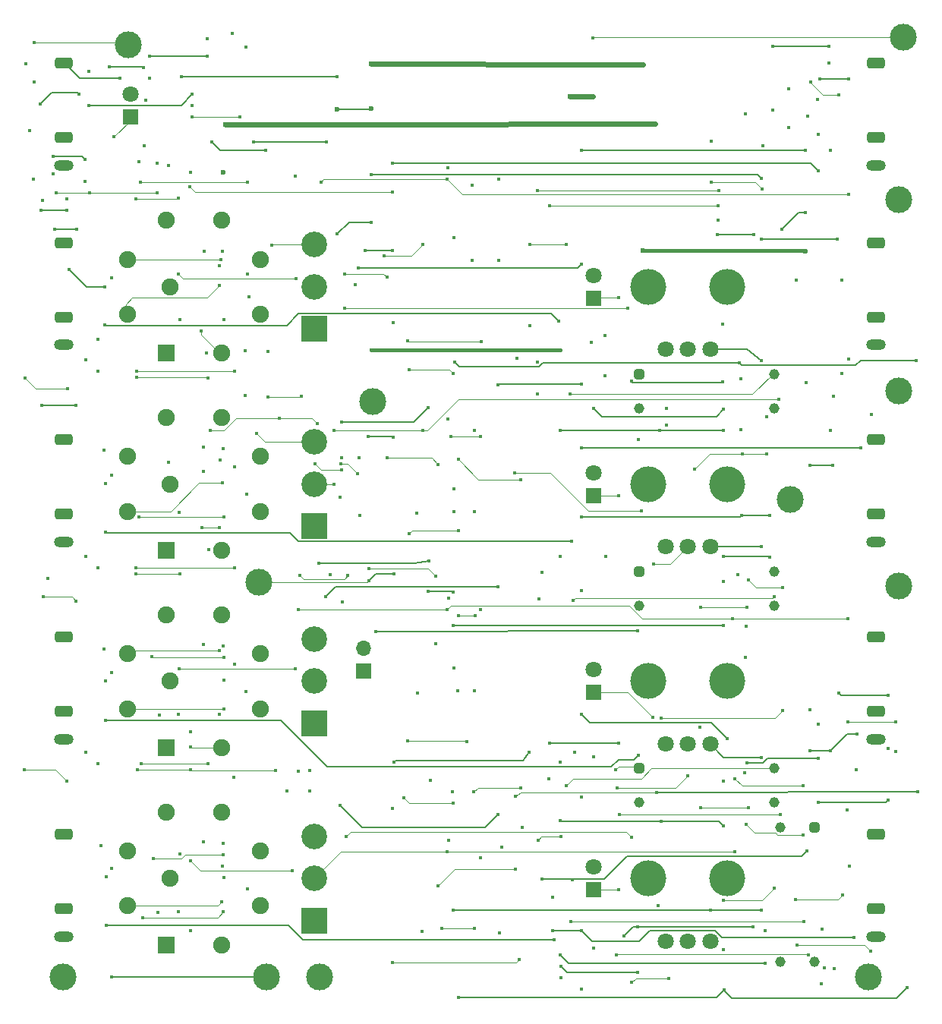
<source format=gbr>
%TF.GenerationSoftware,KiCad,Pcbnew,(6.0.1)*%
%TF.CreationDate,2024-03-11T01:48:31-07:00*%
%TF.ProjectId,main,6d61696e-2e6b-4696-9361-645f70636258,1.1*%
%TF.SameCoordinates,Original*%
%TF.FileFunction,Copper,L1,Top*%
%TF.FilePolarity,Positive*%
%FSLAX46Y46*%
G04 Gerber Fmt 4.6, Leading zero omitted, Abs format (unit mm)*
G04 Created by KiCad (PCBNEW (6.0.1)) date 2024-03-11 01:48:31*
%MOMM*%
%LPD*%
G01*
G04 APERTURE LIST*
G04 Aperture macros list*
%AMRoundRect*
0 Rectangle with rounded corners*
0 $1 Rounding radius*
0 $2 $3 $4 $5 $6 $7 $8 $9 X,Y pos of 4 corners*
0 Add a 4 corners polygon primitive as box body*
4,1,4,$2,$3,$4,$5,$6,$7,$8,$9,$2,$3,0*
0 Add four circle primitives for the rounded corners*
1,1,$1+$1,$2,$3*
1,1,$1+$1,$4,$5*
1,1,$1+$1,$6,$7*
1,1,$1+$1,$8,$9*
0 Add four rect primitives between the rounded corners*
20,1,$1+$1,$2,$3,$4,$5,0*
20,1,$1+$1,$4,$5,$6,$7,0*
20,1,$1+$1,$6,$7,$8,$9,0*
20,1,$1+$1,$8,$9,$2,$3,0*%
%AMHorizOval*
0 Thick line with rounded ends*
0 $1 width*
0 $2 $3 position (X,Y) of the first rounded end (center of the circle)*
0 $4 $5 position (X,Y) of the second rounded end (center of the circle)*
0 Add line between two ends*
20,1,$1,$2,$3,$4,$5,0*
0 Add two circle primitives to create the rounded ends*
1,1,$1,$2,$3*
1,1,$1,$4,$5*%
G04 Aperture macros list end*
%TA.AperFunction,ComponentPad*%
%ADD10C,3.000000*%
%TD*%
%TA.AperFunction,ComponentPad*%
%ADD11R,1.700000X1.700000*%
%TD*%
%TA.AperFunction,ComponentPad*%
%ADD12O,1.700000X1.700000*%
%TD*%
%TA.AperFunction,ComponentPad*%
%ADD13R,2.850000X2.850000*%
%TD*%
%TA.AperFunction,ComponentPad*%
%ADD14C,2.850000*%
%TD*%
%TA.AperFunction,ComponentPad*%
%ADD15RoundRect,0.287500X-0.287500X-0.287500X0.287500X-0.287500X0.287500X0.287500X-0.287500X0.287500X0*%
%TD*%
%TA.AperFunction,ComponentPad*%
%ADD16C,1.150000*%
%TD*%
%TA.AperFunction,WasherPad*%
%ADD17C,4.000000*%
%TD*%
%TA.AperFunction,ComponentPad*%
%ADD18C,1.800000*%
%TD*%
%TA.AperFunction,ComponentPad*%
%ADD19R,1.900000X1.900000*%
%TD*%
%TA.AperFunction,ComponentPad*%
%ADD20HorizOval,1.900000X0.000000X0.000000X0.000000X0.000000X0*%
%TD*%
%TA.AperFunction,ComponentPad*%
%ADD21R,1.800000X1.800000*%
%TD*%
%TA.AperFunction,ComponentPad*%
%ADD22O,2.200000X1.200000*%
%TD*%
%TA.AperFunction,ComponentPad*%
%ADD23RoundRect,0.300000X-0.700000X-0.300000X0.700000X-0.300000X0.700000X0.300000X-0.700000X0.300000X0*%
%TD*%
%TA.AperFunction,ComponentPad*%
%ADD24RoundRect,0.287500X-0.287500X0.287500X-0.287500X-0.287500X0.287500X-0.287500X0.287500X0.287500X0*%
%TD*%
%TA.AperFunction,ViaPad*%
%ADD25C,0.450000*%
%TD*%
%TA.AperFunction,ViaPad*%
%ADD26C,0.600000*%
%TD*%
%TA.AperFunction,Conductor*%
%ADD27C,0.200000*%
%TD*%
%TA.AperFunction,Conductor*%
%ADD28C,0.600000*%
%TD*%
%TA.AperFunction,Conductor*%
%ADD29C,0.400000*%
%TD*%
%TA.AperFunction,Conductor*%
%ADD30C,0.120000*%
%TD*%
G04 APERTURE END LIST*
D10*
%TO.P,TP12,1,1*%
%TO.N,VC2*%
X79850000Y-82850000D03*
%TD*%
D11*
%TO.P,J13,1,Pin_1*%
%TO.N,Net-(R150-Pad1)*%
X78850000Y-112900000D03*
D12*
%TO.P,J13,2,Pin_2*%
%TO.N,Net-(R186-Pad2)*%
X78850000Y-110360000D03*
%TD*%
D13*
%TO.P,SW7,1,A*%
%TO.N,F4{slash}1*%
X73300000Y-140700000D03*
D14*
%TO.P,SW7,2,B*%
%TO.N,F4*%
X73300000Y-136000000D03*
%TO.P,SW7,3,C*%
%TO.N,Net-(SW7-Pad3)*%
X73300000Y-131300000D03*
%TD*%
D15*
%TO.P,U35,1,-*%
%TO.N,Net-(R126-Pad1)*%
X109600000Y-101750000D03*
D16*
%TO.P,U35,2,+*%
%TO.N,Net-(D28-Pad1)*%
X109600000Y-105550000D03*
%TO.P,U35,3*%
%TO.N,Net-(R129-Pad2)*%
X124600000Y-101750000D03*
%TO.P,U35,4*%
%TO.N,VCF2*%
X124600000Y-105550000D03*
%TD*%
D17*
%TO.P,RV10,*%
%TO.N,*%
X119400000Y-70000000D03*
X110600000Y-70000000D03*
D18*
%TO.P,RV10,1,1*%
%TO.N,+9V*%
X117500000Y-77000000D03*
%TO.P,RV10,2,2*%
%TO.N,Net-(D34-Pad2)*%
X115000000Y-77000000D03*
%TO.P,RV10,3,3*%
%TO.N,GND*%
X112500000Y-77000000D03*
%TD*%
D13*
%TO.P,SW4,1,A*%
%TO.N,F1{slash}1*%
X73300000Y-74700000D03*
D14*
%TO.P,SW4,2,B*%
%TO.N,F1*%
X73300000Y-70000000D03*
%TO.P,SW4,3,C*%
%TO.N,Net-(SW4-Pad3)*%
X73300000Y-65300000D03*
%TD*%
D19*
%TO.P,SW2,1,1*%
%TO.N,Net-(C78-Pad1)*%
X56838533Y-77391036D03*
D20*
%TO.P,SW2,2,2*%
%TO.N,Net-(SW2-Pad2)*%
X52508964Y-73061467D03*
%TO.P,SW2,3,3*%
%TO.N,Net-(SW2-Pad3)*%
X52508964Y-66938533D03*
%TO.P,SW2,4,4*%
%TO.N,Net-(SW2-Pad4)*%
X56838533Y-62608964D03*
%TO.P,SW2,5,5*%
%TO.N,Net-(SW2-Pad5)*%
X62961467Y-62608964D03*
%TO.P,SW2,6,6*%
%TO.N,Net-(SW2-Pad6)*%
X67291036Y-66938533D03*
%TO.P,SW2,7,7*%
%TO.N,Net-(SW2-Pad7)*%
X67291036Y-73061467D03*
%TO.P,SW2,8,8*%
%TO.N,Net-(SW2-Pad8)*%
X62961467Y-77391036D03*
%TO.P,SW2,9,9*%
%TO.N,R1*%
X57250000Y-70000000D03*
%TD*%
D17*
%TO.P,RV11,*%
%TO.N,*%
X110600000Y-114000000D03*
X119400000Y-114000000D03*
D18*
%TO.P,RV11,1,1*%
%TO.N,+9V*%
X117500000Y-121000000D03*
%TO.P,RV11,2,2*%
%TO.N,Net-(D33-Pad2)*%
X115000000Y-121000000D03*
%TO.P,RV11,3,3*%
%TO.N,GND*%
X112500000Y-121000000D03*
%TD*%
D21*
%TO.P,D16,1,K*%
%TO.N,Net-(D16-Pad1)*%
X52800000Y-51100000D03*
D18*
%TO.P,D16,2,A*%
%TO.N,Net-(D16-Pad2)*%
X52800000Y-48560000D03*
%TD*%
D22*
%TO.P,J2,S*%
%TO.N,GND*%
X45400000Y-76480000D03*
D23*
%TO.P,J2,T*%
%TO.N,Net-(J2-PadT)*%
X45400000Y-65080000D03*
%TO.P,J2,TN*%
%TO.N,GND*%
X45400000Y-73380000D03*
%TD*%
D21*
%TO.P,D26,1,K*%
%TO.N,Net-(D26-Pad1)*%
X104450000Y-71270000D03*
D18*
%TO.P,D26,2,A*%
%TO.N,Net-(D26-Pad2)*%
X104450000Y-68730000D03*
%TD*%
D17*
%TO.P,RV14,*%
%TO.N,*%
X119400000Y-92000000D03*
X110600000Y-92000000D03*
D18*
%TO.P,RV14,1,1*%
%TO.N,+9V*%
X117500000Y-99000000D03*
%TO.P,RV14,2,2*%
%TO.N,Net-(D37-Pad2)*%
X115000000Y-99000000D03*
%TO.P,RV14,3,3*%
%TO.N,GND*%
X112500000Y-99000000D03*
%TD*%
D21*
%TO.P,D28,1,K*%
%TO.N,Net-(D28-Pad1)*%
X104450000Y-93270000D03*
D18*
%TO.P,D28,2,A*%
%TO.N,Net-(D28-Pad2)*%
X104450000Y-90730000D03*
%TD*%
D21*
%TO.P,D27,1,K*%
%TO.N,Net-(D27-Pad1)*%
X104450000Y-137270000D03*
D18*
%TO.P,D27,2,A*%
%TO.N,Net-(D27-Pad2)*%
X104450000Y-134730000D03*
%TD*%
D22*
%TO.P,J9,S*%
%TO.N,GND*%
X136000000Y-76480000D03*
D23*
%TO.P,J9,T*%
%TO.N,Net-(J9-PadT)*%
X136000000Y-65080000D03*
%TO.P,J9,TN*%
%TO.N,unconnected-(J9-PadTN)*%
X136000000Y-73380000D03*
%TD*%
D13*
%TO.P,SW6,1,A*%
%TO.N,F2{slash}1*%
X73300000Y-96700000D03*
D14*
%TO.P,SW6,2,B*%
%TO.N,F2*%
X73300000Y-92000000D03*
%TO.P,SW6,3,C*%
%TO.N,Net-(SW6-Pad3)*%
X73300000Y-87300000D03*
%TD*%
D22*
%TO.P,J3,S*%
%TO.N,GND*%
X45400000Y-98480000D03*
D23*
%TO.P,J3,T*%
%TO.N,Net-(J3-PadT)*%
X45400000Y-87080000D03*
%TO.P,J3,TN*%
%TO.N,GND*%
X45400000Y-95380000D03*
%TD*%
D21*
%TO.P,D25,1,K*%
%TO.N,Net-(D25-Pad1)*%
X104450000Y-115270000D03*
D18*
%TO.P,D25,2,A*%
%TO.N,Net-(D25-Pad2)*%
X104450000Y-112730000D03*
%TD*%
D19*
%TO.P,SW8,1,1*%
%TO.N,Net-(C79-Pad1)*%
X56838533Y-143391036D03*
D20*
%TO.P,SW8,2,2*%
%TO.N,Net-(SW8-Pad2)*%
X52508964Y-139061467D03*
%TO.P,SW8,3,3*%
%TO.N,Net-(SW8-Pad3)*%
X52508964Y-132938533D03*
%TO.P,SW8,4,4*%
%TO.N,Net-(SW8-Pad4)*%
X56838533Y-128608964D03*
%TO.P,SW8,5,5*%
%TO.N,Net-(SW8-Pad5)*%
X62961467Y-128608964D03*
%TO.P,SW8,6,6*%
%TO.N,Net-(SW8-Pad6)*%
X67291036Y-132938533D03*
%TO.P,SW8,7,7*%
%TO.N,Net-(SW8-Pad7)*%
X67291036Y-139061467D03*
%TO.P,SW8,8,8*%
%TO.N,Net-(SW8-Pad8)*%
X62961467Y-143391036D03*
%TO.P,SW8,9,9*%
%TO.N,R4*%
X57250000Y-136000000D03*
%TD*%
D17*
%TO.P,RV15,*%
%TO.N,*%
X110600000Y-136000000D03*
X119400000Y-136000000D03*
D18*
%TO.P,RV15,1,1*%
%TO.N,+9V*%
X117500000Y-143000000D03*
%TO.P,RV15,2,2*%
%TO.N,Net-(D38-Pad2)*%
X115000000Y-143000000D03*
%TO.P,RV15,3,3*%
%TO.N,GND*%
X112500000Y-143000000D03*
%TD*%
D15*
%TO.P,U30,1,-*%
%TO.N,Net-(R113-Pad1)*%
X109600000Y-123700000D03*
D16*
%TO.P,U30,2,+*%
%TO.N,Net-(D25-Pad1)*%
X109600000Y-127500000D03*
%TO.P,U30,3*%
%TO.N,Net-(R118-Pad2)*%
X124600000Y-123700000D03*
%TO.P,U30,4*%
%TO.N,VCF3*%
X124600000Y-127500000D03*
%TD*%
D13*
%TO.P,SW5,1,A*%
%TO.N,F3{slash}1*%
X73300000Y-118700000D03*
D14*
%TO.P,SW5,2,B*%
%TO.N,F3*%
X73300000Y-114000000D03*
%TO.P,SW5,3,C*%
%TO.N,Net-(SW5-Pad3)*%
X73300000Y-109300000D03*
%TD*%
D22*
%TO.P,J7,S*%
%TO.N,GND*%
X136000000Y-56480000D03*
D23*
%TO.P,J7,T*%
%TO.N,Net-(J7-PadT)*%
X136000000Y-45080000D03*
%TO.P,J7,TN*%
%TO.N,unconnected-(J7-PadTN)*%
X136000000Y-53380000D03*
%TD*%
D19*
%TO.P,SW1,1,1*%
%TO.N,Net-(C76-Pad1)*%
X56838533Y-99391036D03*
D20*
%TO.P,SW1,2,2*%
%TO.N,Net-(SW1-Pad2)*%
X52508964Y-95061467D03*
%TO.P,SW1,3,3*%
%TO.N,Net-(SW1-Pad3)*%
X52508964Y-88938533D03*
%TO.P,SW1,4,4*%
%TO.N,Net-(SW1-Pad4)*%
X56838533Y-84608964D03*
%TO.P,SW1,5,5*%
%TO.N,Net-(SW1-Pad5)*%
X62961467Y-84608964D03*
%TO.P,SW1,6,6*%
%TO.N,Net-(SW1-Pad6)*%
X67291036Y-88938533D03*
%TO.P,SW1,7,7*%
%TO.N,Net-(SW1-Pad7)*%
X67291036Y-95061467D03*
%TO.P,SW1,8,8*%
%TO.N,Net-(SW1-Pad8)*%
X62961467Y-99391036D03*
%TO.P,SW1,9,9*%
%TO.N,R2*%
X57250000Y-92000000D03*
%TD*%
D19*
%TO.P,SW3,1,1*%
%TO.N,Net-(C21-Pad1)*%
X56838533Y-121391036D03*
D20*
%TO.P,SW3,2,2*%
%TO.N,Net-(SW3-Pad2)*%
X52508964Y-117061467D03*
%TO.P,SW3,3,3*%
%TO.N,Net-(SW3-Pad3)*%
X52508964Y-110938533D03*
%TO.P,SW3,4,4*%
%TO.N,Net-(SW3-Pad4)*%
X56838533Y-106608964D03*
%TO.P,SW3,5,5*%
%TO.N,Net-(SW3-Pad5)*%
X62961467Y-106608964D03*
%TO.P,SW3,6,6*%
%TO.N,Net-(SW3-Pad6)*%
X67291036Y-110938533D03*
%TO.P,SW3,7,7*%
%TO.N,Net-(SW3-Pad7)*%
X67291036Y-117061467D03*
%TO.P,SW3,8,8*%
%TO.N,Net-(SW3-Pad8)*%
X62961467Y-121391036D03*
%TO.P,SW3,9,9*%
%TO.N,R3*%
X57250000Y-114000000D03*
%TD*%
D24*
%TO.P,U34,1,-*%
%TO.N,Net-(R123-Pad1)*%
X129100000Y-130300000D03*
D16*
%TO.P,U34,2,+*%
%TO.N,Net-(D27-Pad1)*%
X125300000Y-130300000D03*
%TO.P,U34,3*%
%TO.N,Net-(R128-Pad2)*%
X129100000Y-145300000D03*
%TO.P,U34,4*%
%TO.N,VCF4*%
X125300000Y-145300000D03*
%TD*%
D22*
%TO.P,J5,S*%
%TO.N,GND*%
X45400000Y-142480000D03*
D23*
%TO.P,J5,T*%
%TO.N,Net-(J5-PadT)*%
X45400000Y-131080000D03*
%TO.P,J5,TN*%
%TO.N,GND*%
X45400000Y-139380000D03*
%TD*%
D22*
%TO.P,J10,S*%
%TO.N,GND*%
X136000000Y-142480000D03*
D23*
%TO.P,J10,T*%
%TO.N,Net-(J10-PadT)*%
X136000000Y-131080000D03*
%TO.P,J10,TN*%
%TO.N,unconnected-(J10-PadTN)*%
X136000000Y-139380000D03*
%TD*%
D22*
%TO.P,J4,S*%
%TO.N,GND*%
X45400000Y-120480000D03*
D23*
%TO.P,J4,T*%
%TO.N,Net-(J4-PadT)*%
X45400000Y-109080000D03*
%TO.P,J4,TN*%
%TO.N,GND*%
X45400000Y-117380000D03*
%TD*%
D22*
%TO.P,J11,S*%
%TO.N,GND*%
X136000000Y-98480000D03*
D23*
%TO.P,J11,T*%
%TO.N,Net-(J11-PadT)*%
X136000000Y-87080000D03*
%TO.P,J11,TN*%
%TO.N,unconnected-(J11-PadTN)*%
X136000000Y-95380000D03*
%TD*%
D22*
%TO.P,J1,S*%
%TO.N,GND*%
X45400000Y-56480000D03*
D23*
%TO.P,J1,T*%
%TO.N,Net-(J1-PadT)*%
X45400000Y-45080000D03*
%TO.P,J1,TN*%
%TO.N,GND*%
X45400000Y-53380000D03*
%TD*%
D15*
%TO.P,U31,1,-*%
%TO.N,Net-(R116-Pad1)*%
X109600000Y-79800000D03*
D16*
%TO.P,U31,2,+*%
%TO.N,Net-(D26-Pad1)*%
X109600000Y-83600000D03*
%TO.P,U31,3*%
%TO.N,Net-(R119-Pad2)*%
X124600000Y-79800000D03*
%TO.P,U31,4*%
%TO.N,VCF1*%
X124600000Y-83600000D03*
%TD*%
D22*
%TO.P,J8,S*%
%TO.N,GND*%
X136000000Y-120480000D03*
D23*
%TO.P,J8,T*%
%TO.N,Net-(J8-PadT)*%
X136000000Y-109080000D03*
%TO.P,J8,TN*%
%TO.N,unconnected-(J8-PadTN)*%
X136000000Y-117380000D03*
%TD*%
D10*
%TO.P,TP1,1,1*%
%TO.N,GND*%
X135170000Y-146950000D03*
%TD*%
%TO.P,TP5,1,1*%
%TO.N,OSC3*%
X138500000Y-81650000D03*
%TD*%
%TO.P,TP2,1,1*%
%TO.N,GND*%
X45280000Y-146950000D03*
%TD*%
%TO.P,TP6,1,1*%
%TO.N,OSC2*%
X138500000Y-60300000D03*
%TD*%
%TO.P,TP21,1,1*%
%TO.N,-12V*%
X73950000Y-146950000D03*
%TD*%
%TO.P,TP7,1,1*%
%TO.N,OSC4*%
X138500000Y-103350000D03*
%TD*%
%TO.P,TP20,1,1*%
%TO.N,+12V*%
X68000000Y-146950000D03*
%TD*%
%TO.P,TP3,1,1*%
%TO.N,Clk*%
X52550000Y-43050000D03*
%TD*%
%TO.P,TP23,1,1*%
%TO.N,-9V*%
X67150000Y-103000000D03*
%TD*%
%TO.P,TP4,1,1*%
%TO.N,OSC1*%
X139000000Y-42200000D03*
%TD*%
%TO.P,TP24,1,1*%
%TO.N,+9V*%
X126400000Y-93700000D03*
%TD*%
D25*
%TO.N,Net-(R150-Pad1)*%
X80200000Y-108450000D03*
%TO.N,+12V*%
X128650000Y-121750000D03*
X98262500Y-131712500D03*
X50750000Y-147000000D03*
X86050000Y-77075000D03*
X121387500Y-111362500D03*
X88824511Y-104025489D03*
X123600000Y-145450000D03*
D26*
X79650000Y-45150000D03*
D25*
X75850000Y-46600000D03*
D26*
X87800000Y-45200000D03*
D25*
X123600000Y-141850000D03*
D26*
X110000000Y-45200000D03*
D25*
X66550000Y-53875000D03*
D26*
X105350000Y-45200000D03*
X79650000Y-50150000D03*
D25*
X100770000Y-86000000D03*
X100800000Y-131350000D03*
X54300000Y-45525000D03*
D26*
X110000000Y-66000000D03*
D25*
X79637500Y-57512500D03*
X88795000Y-107755000D03*
X79637500Y-62800000D03*
X79637500Y-77037500D03*
X50750000Y-134850000D03*
X124500000Y-50300000D03*
X86255000Y-125095000D03*
X128175000Y-80675000D03*
X100770000Y-100080000D03*
X100770000Y-77095000D03*
X50475489Y-45500000D03*
X130900000Y-121750000D03*
X111845000Y-86005000D03*
X131162500Y-89887500D03*
X86050000Y-83450000D03*
X133850000Y-119900000D03*
D26*
X75850000Y-50200000D03*
D25*
X124500000Y-43150000D03*
X118955000Y-86005000D03*
D26*
X128100000Y-66050000D03*
D25*
X50725000Y-69050000D03*
X50737493Y-91012507D03*
X130700000Y-43150000D03*
X112000000Y-129600000D03*
X54500000Y-49200000D03*
X73862500Y-100837500D03*
X74700000Y-53875000D03*
X86150000Y-100600000D03*
X58500000Y-46575000D03*
X118955000Y-130105000D03*
X76400000Y-85100000D03*
X123155000Y-57895000D03*
X128650000Y-89900000D03*
X50750000Y-113000000D03*
X86050000Y-104000000D03*
X128650000Y-117200000D03*
X118955000Y-107755000D03*
X100770000Y-144520000D03*
X100770000Y-123000000D03*
X76400000Y-89100000D03*
X75900000Y-64100000D03*
X100770000Y-129580000D03*
%TO.N,-12V*%
X125450000Y-63600000D03*
X124150000Y-100150000D03*
X129550000Y-118800000D03*
X127050000Y-69250000D03*
X74600000Y-104600000D03*
X129550000Y-122600000D03*
X75100000Y-102100000D03*
X118950000Y-100100000D03*
X104500000Y-83550000D03*
X128145000Y-61705000D03*
X103150000Y-103900000D03*
X128105000Y-54805000D03*
X103150000Y-148325000D03*
X103150000Y-87950000D03*
X76200000Y-127850000D03*
X99950000Y-141800000D03*
X93795000Y-103505000D03*
X121025000Y-95475000D03*
X129550000Y-127550000D03*
X103150000Y-54800000D03*
X118955000Y-125155000D03*
X133562500Y-142587500D03*
X76200000Y-93450000D03*
X103150000Y-95700000D03*
X135485000Y-84215000D03*
X103150000Y-126900000D03*
X130700000Y-45050000D03*
X118955000Y-83695000D03*
X103150000Y-67450000D03*
X77887500Y-69762500D03*
X78250000Y-67900000D03*
D26*
X111350000Y-51850000D03*
D25*
X93795000Y-80905000D03*
D26*
X103150000Y-51850000D03*
D25*
X93795000Y-128905000D03*
X134300000Y-87950000D03*
X103150000Y-141800000D03*
X99950000Y-138100000D03*
X130895000Y-54805000D03*
X103150000Y-117700000D03*
X137325000Y-127275000D03*
X121600000Y-123100000D03*
D26*
X85900000Y-51900000D03*
D25*
X103150000Y-80900000D03*
X119375000Y-120375000D03*
D26*
X63400000Y-51925000D03*
D25*
X118950000Y-102850000D03*
X124150000Y-95500000D03*
%TO.N,Net-(C13-Pad1)*%
X123375000Y-54275000D03*
X121406250Y-50743750D03*
%TO.N,Net-(C17-Pad1)*%
X129700000Y-46850000D03*
X132900000Y-46850000D03*
X128400000Y-50995000D03*
%TO.N,Net-(C20-Pad1)*%
X129475000Y-49075000D03*
X129575000Y-53025000D03*
%TO.N,F3*%
X88125000Y-106025000D03*
X138200000Y-118500000D03*
X71575000Y-106025000D03*
X132850000Y-118500000D03*
X132850000Y-107000000D03*
X138200000Y-121850000D03*
X120000000Y-107000000D03*
%TO.N,F4*%
X120250000Y-124850000D03*
X120239989Y-133000000D03*
X127815000Y-125635000D03*
X88150000Y-133000000D03*
%TO.N,F2*%
X85425000Y-86025000D03*
X75550000Y-92000000D03*
X125100000Y-82550000D03*
X75550000Y-86000000D03*
%TO.N,VCA3*%
X50050000Y-113950000D03*
X50050000Y-118350000D03*
X49900000Y-110450000D03*
X109500000Y-122300000D03*
%TO.N,VCA1*%
X49950000Y-70000000D03*
X46000000Y-68050000D03*
X49950000Y-74270978D03*
X100625000Y-73825000D03*
%TO.N,VCA4*%
X50150000Y-141200000D03*
X50150000Y-135850000D03*
X100100000Y-142850000D03*
X49550000Y-132350000D03*
%TO.N,VCA2*%
X50000000Y-91950000D03*
X102000000Y-98400000D03*
X49900000Y-88250000D03*
X50000000Y-97400000D03*
%TO.N,Clk*%
X49200000Y-75900000D03*
X55825000Y-59550000D03*
X44500000Y-59550000D03*
X42125000Y-42775000D03*
X42125000Y-47175000D03*
X49200000Y-101375000D03*
X49179520Y-123195480D03*
X55825000Y-56250000D03*
X49179520Y-79445480D03*
X48275000Y-59550000D03*
%TO.N,Net-(C11-Pad1)*%
X61925000Y-53875000D03*
X67925000Y-54800000D03*
%TO.N,Net-(C12-Pad1)*%
X126275000Y-47925000D03*
X126250000Y-52250000D03*
%TO.N,Net-(C17-Pad2)*%
X128700000Y-47150000D03*
X131850000Y-48600000D03*
%TO.N,Net-(R30-Pad1)*%
X45800000Y-81400000D03*
X41050000Y-80200000D03*
%TO.N,Net-(R31-Pad1)*%
X45750000Y-61500000D03*
X42850000Y-61500000D03*
X41975000Y-57975000D03*
%TO.N,Net-(R39-Pad1)*%
X45700000Y-125150000D03*
X41000000Y-123900000D03*
%TO.N,Net-(U10-Pad3)*%
X53950000Y-58300000D03*
X65834511Y-58300000D03*
X65834511Y-68584511D03*
%TO.N,Net-(U11-Pad3)*%
X53450000Y-101350000D03*
X64475000Y-112100000D03*
X64399453Y-101350000D03*
%TO.N,+9V*%
X123199511Y-64700000D03*
X88300000Y-104725000D03*
X47800000Y-121900000D03*
X61030000Y-66055000D03*
X61000000Y-109900000D03*
X72800000Y-124000000D03*
X88250000Y-56750000D03*
X60975000Y-131950000D03*
X47850000Y-100050000D03*
X44225000Y-55425000D03*
X84737500Y-95262500D03*
X88850000Y-139550000D03*
X117500000Y-139550000D03*
X88300000Y-131750000D03*
X47750000Y-55800000D03*
X53762500Y-56037500D03*
X59550000Y-57250000D03*
X84837500Y-115312500D03*
X88925000Y-112550000D03*
X88900000Y-92550000D03*
X65590000Y-82160000D03*
X47725000Y-58250000D03*
X131650000Y-64700000D03*
D26*
X63125000Y-57225000D03*
D25*
X123199511Y-139549511D03*
X47800000Y-78125000D03*
X123199511Y-99000489D03*
X123199511Y-78250000D03*
X64350000Y-124700000D03*
X123199511Y-122500489D03*
X71225000Y-57625000D03*
X88875000Y-64550000D03*
X60950000Y-87875000D03*
X85337500Y-141912500D03*
X88250000Y-84750000D03*
%TO.N,Net-(C64-Pad1)*%
X91932926Y-76082926D03*
X83775000Y-76025000D03*
%TO.N,OSC1*%
X104425000Y-42225000D03*
X97400000Y-65300000D03*
X95906250Y-77993750D03*
X109850000Y-95000000D03*
X97400000Y-74350000D03*
X101400000Y-65300000D03*
X95650000Y-90800000D03*
%TO.N,Net-(C65-Pad1)*%
X96325000Y-125875000D03*
X91115000Y-126365000D03*
X90350000Y-120750000D03*
X83725000Y-120650000D03*
%TO.N,OSC3*%
X111700000Y-139000000D03*
X95800000Y-126850000D03*
X111534511Y-126415489D03*
X140600000Y-126350000D03*
%TO.N,Net-(C74-Pad1)*%
X89384511Y-89265489D03*
X96350000Y-91500000D03*
X88785000Y-79635000D03*
X83875000Y-97575000D03*
X89384511Y-97165489D03*
X83875000Y-79225000D03*
%TO.N,OSC2*%
X120712500Y-78487500D03*
X112000000Y-118100000D03*
X125550000Y-117300000D03*
X125575000Y-103525000D03*
X88985000Y-78365000D03*
X140450000Y-78200000D03*
X121750000Y-102700000D03*
%TO.N,Net-(C75-Pad1)*%
X83300000Y-127000000D03*
X88785000Y-127635000D03*
X82050000Y-128150000D03*
X96175000Y-145025000D03*
X82050000Y-145350000D03*
%TO.N,OSC4*%
X88735000Y-126365000D03*
X89409511Y-149290489D03*
X119050000Y-148400000D03*
X139450000Y-148150000D03*
%TO.N,Net-(D15-Pad1)*%
X42800000Y-49650000D03*
X47100000Y-48550000D03*
%TO.N,Net-(D15-Pad2)*%
X59710000Y-48540000D03*
X48150000Y-45950000D03*
X48159511Y-49759511D03*
X61350000Y-42325000D03*
%TO.N,Net-(D25-Pad1)*%
X111050000Y-118000000D03*
%TO.N,Net-(D25-Pad2)*%
X104475000Y-122475000D03*
%TO.N,Net-(D26-Pad1)*%
X107300000Y-71250000D03*
%TO.N,Net-(D26-Pad2)*%
X104200000Y-76200000D03*
%TO.N,Net-(D27-Pad1)*%
X125300000Y-128874999D03*
X107300000Y-137270000D03*
X107324999Y-128874999D03*
%TO.N,Net-(D27-Pad2)*%
X104475000Y-143775000D03*
%TO.N,Net-(D28-Pad1)*%
X107300000Y-93270000D03*
%TO.N,Net-(D28-Pad2)*%
X105795000Y-100095000D03*
%TO.N,Net-(Q2-Pad1)*%
X41550000Y-52600000D03*
X41175000Y-45125000D03*
%TO.N,Net-(D16-Pad2)*%
X54350000Y-54300000D03*
%TO.N,Net-(R14-Pad1)*%
X117600000Y-53800000D03*
X117600000Y-58350000D03*
X123275000Y-59125000D03*
%TO.N,-9V*%
X59450000Y-58850000D03*
X129550000Y-57050000D03*
X82025489Y-56225489D03*
X82200000Y-123000000D03*
X82100000Y-86750000D03*
X79300000Y-86725000D03*
X78975000Y-65925000D03*
X82100000Y-74000000D03*
X96500000Y-130350000D03*
X97250000Y-121950000D03*
X82025489Y-65950000D03*
X79450000Y-102800000D03*
X82200000Y-102050000D03*
X82025489Y-59474511D03*
%TO.N,Net-(R19-Pad1)*%
X64146787Y-41753213D03*
X59705000Y-51080000D03*
X65671787Y-43278213D03*
X65050000Y-51075000D03*
%TO.N,Net-(R33-Pad2)*%
X46737500Y-83212500D03*
X42950000Y-83250000D03*
%TO.N,Net-(R35-Pad1)*%
X45750000Y-60200000D03*
X44200000Y-57400000D03*
%TO.N,Net-(R35-Pad2)*%
X43000000Y-60400000D03*
X44350000Y-63600000D03*
X46799520Y-63550000D03*
%TO.N,Net-(R37-Pad2)*%
X43100000Y-104600000D03*
X46737500Y-105062500D03*
X43600000Y-102550000D03*
%TO.N,Net-(R56-Pad1)*%
X93925000Y-67075000D03*
X93925000Y-58025000D03*
%TO.N,Net-(R62-Pad1)*%
X91150000Y-115100000D03*
X91850000Y-106050000D03*
%TO.N,Net-(R86-Pad1)*%
X91155000Y-86005000D03*
X91155000Y-95095000D03*
%TO.N,Net-(R91-Pad1)*%
X94200000Y-132500000D03*
X93975000Y-142075000D03*
%TO.N,Net-(R111-Pad2)*%
X105750000Y-79900000D03*
X105750000Y-75450000D03*
%TO.N,Net-(R113-Pad1)*%
X106900000Y-123850000D03*
%TO.N,Net-(R118-Pad2)*%
X101400000Y-125635000D03*
X102350000Y-121950000D03*
%TO.N,Net-(R119-Pad2)*%
X101900000Y-82000000D03*
%TO.N,Net-(R123-Pad1)*%
X128450000Y-144500000D03*
X107050000Y-144500000D03*
%TO.N,Net-(D33-Pad1)*%
X116350000Y-119150000D03*
X107100000Y-125900000D03*
X115000000Y-124550000D03*
%TO.N,Net-(R128-Pad2)*%
X127950000Y-140800000D03*
X100840000Y-147060000D03*
X101950000Y-140800000D03*
%TO.N,Net-(R129-Pad2)*%
X102162074Y-104987926D03*
X124600000Y-104550000D03*
%TO.N,SIG3*%
X118400000Y-62550000D03*
X107250000Y-120950000D03*
X99525000Y-124875000D03*
X99550000Y-120950000D03*
%TO.N,SIG1*%
X118465000Y-59235000D03*
X98185000Y-59235000D03*
X98185000Y-78365000D03*
X98200000Y-82000000D03*
%TO.N,SIG4*%
X100810000Y-145790000D03*
X118250000Y-64150000D03*
X122350000Y-64150000D03*
X107850000Y-142450000D03*
X109400000Y-146500000D03*
X109400000Y-141400000D03*
X122300000Y-141400000D03*
%TO.N,SIG2*%
X118350000Y-60950000D03*
X98727926Y-101877926D03*
X99600000Y-60950000D03*
X98400000Y-104800000D03*
%TO.N,Net-(U6-Pad3)*%
X53525000Y-79425000D03*
X64450000Y-79450000D03*
X64450000Y-90050000D03*
%TO.N,F2{slash}1*%
X69400000Y-84700000D03*
X73700000Y-85300000D03*
X53475000Y-80075000D03*
X61450000Y-80150000D03*
X61750000Y-86000000D03*
X60995000Y-90595000D03*
%TO.N,F1{slash}1*%
X53425000Y-60200000D03*
X58170000Y-68595000D03*
X68130000Y-77220000D03*
X58150000Y-60150000D03*
X71330978Y-69069022D03*
%TO.N,F3{slash}1*%
X58295000Y-112595000D03*
X58300000Y-102050000D03*
X70270000Y-126250000D03*
X53450000Y-102050000D03*
X71245000Y-112595000D03*
%TO.N,Net-(SW1-Pad5)*%
X63125000Y-88075000D03*
%TO.N,Net-(SW1-Pad2)*%
X63115000Y-91865000D03*
%TO.N,Net-(SW1-Pad6)*%
X65800000Y-93135000D03*
%TO.N,Net-(SW1-Pad3)*%
X53800000Y-95700000D03*
X63250000Y-95700000D03*
%TO.N,Net-(SW1-Pad8)*%
X62750000Y-96900000D03*
X60800000Y-96900000D03*
%TO.N,Net-(SW1-Pad4)*%
X58250000Y-95150000D03*
%TO.N,R2*%
X57100000Y-89550000D03*
%TO.N,Net-(SW2-Pad5)*%
X63080000Y-66055000D03*
%TO.N,Net-(SW2-Pad2)*%
X62765000Y-69865000D03*
%TO.N,Net-(SW2-Pad6)*%
X66065000Y-71135000D03*
%TO.N,Net-(SW2-Pad3)*%
X62950000Y-66950000D03*
X63275000Y-73675000D03*
%TO.N,Net-(SW2-Pad8)*%
X60750000Y-74950000D03*
%TO.N,Net-(SW2-Pad4)*%
X58325000Y-73675000D03*
%TO.N,Net-(SW3-Pad5)*%
X63205000Y-110055000D03*
%TO.N,Net-(SW3-Pad2)*%
X63265000Y-113865000D03*
X63238533Y-117061467D03*
%TO.N,Net-(SW3-Pad6)*%
X65685000Y-115135000D03*
%TO.N,Net-(SW3-Pad3)*%
X62750000Y-110600000D03*
X62750000Y-117700000D03*
%TO.N,Net-(SW3-Pad8)*%
X59525000Y-121375000D03*
X59525000Y-119625000D03*
%TO.N,Net-(SW3-Pad4)*%
X58200000Y-117700000D03*
%TO.N,Net-(SW5-Pad3)*%
X72810000Y-126250000D03*
%TO.N,Net-(U12-Pad12)*%
X68130000Y-82270000D03*
X71900000Y-82250000D03*
%TO.N,Net-(SW6-Pad3)*%
X66860000Y-86350000D03*
%TO.N,F4{slash}1*%
X70850000Y-135100000D03*
X59550000Y-134050000D03*
X68984511Y-123934511D03*
X59550000Y-123850000D03*
X53600000Y-123850000D03*
%TO.N,Net-(SW7-Pad3)*%
X71540000Y-124040000D03*
%TO.N,Net-(U14-Pad3)*%
X54050000Y-123200000D03*
X61465489Y-123200000D03*
X63055000Y-134595000D03*
%TO.N,Net-(SW8-Pad5)*%
X63155000Y-132055000D03*
%TO.N,Net-(SW8-Pad2)*%
X63215000Y-135865000D03*
X63025000Y-138625000D03*
%TO.N,Net-(SW8-Pad6)*%
X65885000Y-137135000D03*
%TO.N,Net-(SW8-Pad3)*%
X63200000Y-139700000D03*
X54200000Y-140350000D03*
%TO.N,Net-(SW8-Pad8)*%
X59500000Y-141850000D03*
%TO.N,Net-(SW8-Pad4)*%
X58200000Y-139700000D03*
%TO.N,R4*%
X58300000Y-133300000D03*
%TO.N,F1*%
X74050000Y-58300000D03*
X88175000Y-58025000D03*
X132950000Y-78100000D03*
X132930489Y-59719511D03*
%TO.N,Net-(U18-Pad4)*%
X90895000Y-67095000D03*
X90950000Y-58700000D03*
%TO.N,Net-(U19-Pad4)*%
X89409511Y-106659511D03*
X89300000Y-115095000D03*
X91250000Y-106675000D03*
%TO.N,Net-(U24-Pad4)*%
X91875000Y-86675000D03*
X88600000Y-86700000D03*
X88900000Y-95100000D03*
%TO.N,Net-(U25-Pad4)*%
X87550000Y-141550000D03*
X91200000Y-141550000D03*
X91875000Y-133675000D03*
%TO.N,Net-(D16-Pad1)*%
X51000000Y-53250000D03*
%TO.N,Net-(J1-PadT)*%
X51650000Y-46750000D03*
%TO.N,Net-(R134-Pad2)*%
X120950000Y-85950000D03*
X120950000Y-80300000D03*
%TO.N,Net-(R132-Pad1)*%
X121050000Y-88650000D03*
X123750000Y-84500000D03*
X123750000Y-88650000D03*
X115727980Y-90377980D03*
%TO.N,Net-(R133-Pad2)*%
X112605000Y-83595000D03*
X112605000Y-85445000D03*
%TO.N,VC1*%
X81150000Y-66550000D03*
X85400000Y-65300000D03*
%TO.N,Net-(R153-Pad2)*%
X120575000Y-102075000D03*
X121495000Y-107905000D03*
%TO.N,Net-(R154-Pad2)*%
X121300000Y-124200000D03*
X127850000Y-131150000D03*
X121495000Y-130005000D03*
%TO.N,Net-(C93-Pad1)*%
X129957926Y-141642074D03*
X130200000Y-145950000D03*
%TO.N,Net-(R155-Pad2)*%
X133050000Y-134650000D03*
X127195000Y-143445000D03*
X129862500Y-147712500D03*
X135350000Y-144100000D03*
%TO.N,Net-(R145-Pad2)*%
X124600000Y-137100000D03*
X118950000Y-143950000D03*
X118950000Y-138450000D03*
%TO.N,Net-(R147-Pad1)*%
X121550000Y-105750000D03*
X116415000Y-105750000D03*
%TO.N,Net-(R148-Pad1)*%
X121725000Y-128075000D03*
X116400000Y-128100000D03*
%TO.N,Net-(R149-Pad1)*%
X127035000Y-138365000D03*
X131300000Y-146050000D03*
X132250000Y-137850000D03*
%TO.N,VC2*%
X87137500Y-89812500D03*
X81450000Y-89100000D03*
%TO.N,VC3*%
X86900000Y-109850000D03*
X86900000Y-102300000D03*
X79450000Y-101450000D03*
%TO.N,VC4*%
X95800000Y-135000000D03*
X87137500Y-136812500D03*
%TO.N,Net-(C111-Pad2)*%
X78400000Y-95550000D03*
X78350000Y-89100000D03*
%TO.N,Net-(C112-Pad2)*%
X77075000Y-102225000D03*
X71750000Y-102200000D03*
%TO.N,Net-(R13-Pad1)*%
X59690000Y-49810000D03*
X57075000Y-56475000D03*
%TO.N,Net-(R133-Pad1)*%
X109450000Y-87050000D03*
X81450000Y-68950000D03*
X76750000Y-72429511D03*
X108320489Y-72429511D03*
X76750000Y-68550000D03*
%TO.N,Net-(R150-Pad1)*%
X109425000Y-108375000D03*
%TO.N,Net-(R186-Pad2)*%
X73450000Y-89750000D03*
X76350000Y-90400000D03*
%TO.N,Net-(R151-Pad1)*%
X108700000Y-131400000D03*
X76500000Y-105200000D03*
X76900000Y-131350000D03*
%TO.N,Net-(R152-Pad1)*%
X98750000Y-136050000D03*
X102150000Y-136125000D03*
X128250000Y-132950000D03*
%TO.N,Net-(R178-Pad2)*%
X76250000Y-89750000D03*
X78109520Y-90840480D03*
%TO.N,Net-(D34-Pad1)*%
X118850000Y-80650000D03*
X118850000Y-74200000D03*
X108700000Y-80550000D03*
%TO.N,Net-(D37-Pad2)*%
X111150000Y-100950000D03*
%TO.N,Net-(D38-Pad1)*%
X112850000Y-147150000D03*
X108750000Y-147600000D03*
%TO.N,Net-(R211-Pad2)*%
X62800000Y-89325000D03*
X61550000Y-99350000D03*
%TO.N,Net-(R212-Pad2)*%
X61300000Y-77400000D03*
X62750000Y-67650000D03*
%TO.N,Net-(R213-Pad2)*%
X56025000Y-117775000D03*
X63250000Y-111350000D03*
X55200000Y-111300000D03*
%TO.N,Net-(R214-Pad2)*%
X63200000Y-133350000D03*
X55334511Y-133784511D03*
X55875000Y-139775000D03*
%TO.N,Net-(SW4-Pad3)*%
X68600000Y-65350000D03*
X65590000Y-77160000D03*
%TO.N,Net-(C7-Pad1)*%
X54925000Y-44325000D03*
X61350000Y-44325000D03*
X54925000Y-46775000D03*
D26*
%TO.N,Net-(D1-Pad3)*%
X104400000Y-48750000D03*
X101900000Y-48750000D03*
D25*
%TO.N,Net-(D17-Pad3)*%
X132150000Y-79700000D03*
X132150000Y-69250000D03*
%TO.N,Net-(D18-Pad3)*%
X137325000Y-121525000D03*
X137365463Y-115615463D03*
X131800000Y-115300000D03*
%TO.N,Net-(D19-Pad3)*%
X131200000Y-82250000D03*
X130900000Y-86000000D03*
%TO.N,Net-(D20-Pad3)*%
X132800000Y-128400000D03*
X133735000Y-123865000D03*
%TD*%
D27*
%TO.N,Net-(R150-Pad1)*%
X109425000Y-108375000D02*
X80200000Y-108450000D01*
%TO.N,+12V*%
X79600000Y-50200000D02*
X79650000Y-50150000D01*
X84400000Y-85100000D02*
X86050000Y-83450000D01*
X50800000Y-146950000D02*
X68000000Y-146950000D01*
X118450000Y-129600000D02*
X100750000Y-129600000D01*
X76400000Y-85100000D02*
X84400000Y-85100000D01*
X58500000Y-46575000D02*
X75850000Y-46600000D01*
X88799022Y-104000000D02*
X86050000Y-104000000D01*
D28*
X79650000Y-45150000D02*
X105350000Y-45200000D01*
D27*
X100770000Y-77095000D02*
X100750000Y-77075000D01*
X66550000Y-53875000D02*
X74700000Y-53875000D01*
D28*
X105350000Y-45200000D02*
X110000000Y-45200000D01*
D27*
X50750000Y-147000000D02*
X50800000Y-146950000D01*
D29*
X100750000Y-77075000D02*
X86050000Y-77075000D01*
D27*
X118955000Y-86005000D02*
X111955000Y-86005000D01*
X123155000Y-57895000D02*
X122760489Y-57500489D01*
X54275000Y-45500000D02*
X54300000Y-45525000D01*
X111845000Y-86005000D02*
X100755000Y-86005000D01*
D29*
X86050000Y-77075000D02*
X79675000Y-77075000D01*
D27*
X130900000Y-121750000D02*
X132750000Y-119900000D01*
X88824511Y-104025489D02*
X88799022Y-104000000D01*
X131162500Y-89887500D02*
X131150000Y-89900000D01*
X50475489Y-45500000D02*
X54275000Y-45500000D01*
X77200000Y-62800000D02*
X79637500Y-62800000D01*
X123600000Y-145450000D02*
X101700000Y-145450000D01*
X132750000Y-119900000D02*
X133850000Y-119900000D01*
X84487500Y-100837500D02*
X73862500Y-100837500D01*
D30*
X98262500Y-131712500D02*
X98625000Y-131350000D01*
D27*
X124500000Y-43150000D02*
X130700000Y-43150000D01*
X79675000Y-77075000D02*
X79637500Y-77037500D01*
X118955000Y-107755000D02*
X88795000Y-107755000D01*
X128650000Y-121750000D02*
X130900000Y-121750000D01*
X131150000Y-89900000D02*
X128650000Y-89900000D01*
X75850000Y-50200000D02*
X79600000Y-50200000D01*
X122760489Y-57500489D02*
X79650489Y-57500489D01*
X111955000Y-86005000D02*
X111845000Y-86005000D01*
X86150000Y-100600000D02*
X84487500Y-100837500D01*
D29*
X110000000Y-66000000D02*
X128050000Y-66000000D01*
D27*
X75900000Y-64100000D02*
X77200000Y-62800000D01*
X118955000Y-130105000D02*
X118450000Y-129600000D01*
X101700000Y-145450000D02*
X100770000Y-144520000D01*
D30*
X98625000Y-131350000D02*
X100800000Y-131350000D01*
D27*
%TO.N,-12V*%
X129550000Y-122600000D02*
X123841772Y-122600000D01*
X129550000Y-127550000D02*
X137050000Y-127550000D01*
D28*
X103150000Y-51850000D02*
X86730979Y-51880979D01*
D27*
X105424511Y-84474511D02*
X104500000Y-83550000D01*
X99950000Y-141800000D02*
X103150000Y-141800000D01*
X78650000Y-130300000D02*
X92400000Y-130300000D01*
X103150000Y-87950000D02*
X126650000Y-87950000D01*
X78250000Y-67900000D02*
X102700000Y-67900000D01*
X79374511Y-103475489D02*
X81224511Y-103475489D01*
X137050000Y-127550000D02*
X137325000Y-127275000D01*
X118175489Y-84474511D02*
X105424511Y-84474511D01*
X128105000Y-54805000D02*
X103155000Y-54805000D01*
X118950000Y-100100000D02*
X124100000Y-100100000D01*
X119375000Y-120375000D02*
X117624511Y-118624511D01*
X117996855Y-141800489D02*
X110750489Y-141800489D01*
X93800000Y-80900000D02*
X103150000Y-80900000D01*
X118955000Y-83695000D02*
X118175489Y-84474511D01*
X127345000Y-61705000D02*
X128145000Y-61705000D01*
X110750489Y-141800489D02*
X109550978Y-143000000D01*
X118783866Y-142587500D02*
X117996855Y-141800489D01*
X104350000Y-143000000D02*
X103150000Y-141800000D01*
X81224511Y-103475489D02*
X93774511Y-103475489D01*
X124150000Y-95500000D02*
X121050000Y-95500000D01*
X109550978Y-143000000D02*
X104350000Y-143000000D01*
X126650000Y-87950000D02*
X134300000Y-87950000D01*
X123841772Y-122600000D02*
X123341772Y-123100000D01*
X74600000Y-104600000D02*
X75724511Y-103475489D01*
X133562500Y-142587500D02*
X118783866Y-142587500D01*
X125450000Y-63600000D02*
X127345000Y-61705000D01*
X121025000Y-95475000D02*
X120800000Y-95700000D01*
X121050000Y-95500000D02*
X121025000Y-95475000D01*
D28*
X86730979Y-51880979D02*
X63400000Y-51925000D01*
D27*
X124100000Y-100100000D02*
X124150000Y-100150000D01*
X120800000Y-95700000D02*
X103150000Y-95700000D01*
X104074511Y-118624511D02*
X103150000Y-117700000D01*
X93795000Y-80905000D02*
X93800000Y-80900000D01*
X92400000Y-130300000D02*
X93795000Y-128905000D01*
D28*
X103150000Y-51850000D02*
X111350000Y-51850000D01*
D27*
X75724511Y-103475489D02*
X79374511Y-103475489D01*
X102700000Y-67900000D02*
X103150000Y-67450000D01*
X123341772Y-123100000D02*
X121600000Y-123100000D01*
X76200000Y-127850000D02*
X78650000Y-130300000D01*
X117624511Y-118624511D02*
X104074511Y-118624511D01*
%TO.N,Net-(C17-Pad1)*%
X129700000Y-46850000D02*
X132900000Y-46850000D01*
D30*
%TO.N,F3*%
X109869822Y-107000000D02*
X120000000Y-107000000D01*
X88125000Y-106025000D02*
X71575000Y-106025000D01*
X120000000Y-107000000D02*
X132850000Y-107000000D01*
X132850000Y-118500000D02*
X138200000Y-118500000D01*
X88125000Y-106025000D02*
X88584511Y-105565489D01*
X108435311Y-105565489D02*
X109869822Y-107000000D01*
X88584511Y-105565489D02*
X108435311Y-105565489D01*
%TO.N,F4*%
X120239989Y-133000000D02*
X88150000Y-133000000D01*
X76300000Y-133000000D02*
X88150000Y-133000000D01*
X121035000Y-125635000D02*
X127815000Y-125635000D01*
X120250000Y-124850000D02*
X121035000Y-125635000D01*
X73300000Y-136000000D02*
X76300000Y-133000000D01*
%TO.N,F2*%
X85975000Y-86025000D02*
X89434511Y-82565489D01*
X75550000Y-86000000D02*
X85400000Y-86000000D01*
X85400000Y-86000000D02*
X85425000Y-86025000D01*
X89434511Y-82565489D02*
X125100000Y-82550000D01*
X73300000Y-92000000D02*
X75550000Y-92000000D01*
X85425000Y-86025000D02*
X85975000Y-86025000D01*
D27*
%TO.N,VCA3*%
X106460489Y-123539511D02*
X74770489Y-123539511D01*
X69580978Y-118350000D02*
X50050000Y-118350000D01*
X74770489Y-123539511D02*
X69580978Y-118350000D01*
X109000000Y-122800000D02*
X107250000Y-122800000D01*
X109500000Y-122300000D02*
X109000000Y-122800000D01*
X107250000Y-122800000D02*
X106460489Y-123539511D01*
%TO.N,VCA1*%
X49950000Y-74270978D02*
X49990000Y-74310978D01*
X71575489Y-72975489D02*
X99775489Y-72975489D01*
X99775489Y-72975489D02*
X100625000Y-73825000D01*
X46000000Y-68050000D02*
X47950000Y-70000000D01*
X47950000Y-70000000D02*
X49950000Y-70000000D01*
X70240000Y-74310978D02*
X71575489Y-72975489D01*
X49990000Y-74310978D02*
X70240000Y-74310978D01*
%TO.N,VCA4*%
X72080978Y-142850000D02*
X100100000Y-142850000D01*
X50150000Y-141200000D02*
X70430978Y-141200000D01*
X70430978Y-141200000D02*
X72080978Y-142850000D01*
%TO.N,VCA2*%
X101975489Y-98424511D02*
X102000000Y-98400000D01*
X70575489Y-97424511D02*
X71575489Y-98424511D01*
X50024511Y-97424511D02*
X70575489Y-97424511D01*
X50000000Y-97400000D02*
X50024511Y-97424511D01*
X71575489Y-98424511D02*
X101975489Y-98424511D01*
D30*
%TO.N,Clk*%
X42150000Y-42750000D02*
X52750000Y-42750000D01*
X44500000Y-59550000D02*
X48275000Y-59550000D01*
X48275000Y-59550000D02*
X55825000Y-59550000D01*
X42125000Y-42775000D02*
X42150000Y-42750000D01*
D27*
%TO.N,Net-(C11-Pad1)*%
X67925000Y-54800000D02*
X62850000Y-54800000D01*
X62850000Y-54800000D02*
X61925000Y-53875000D01*
D30*
%TO.N,Net-(C17-Pad2)*%
X128700000Y-47150000D02*
X128700000Y-47235203D01*
X128700000Y-47235203D02*
X130064797Y-48600000D01*
X130064797Y-48600000D02*
X131850000Y-48600000D01*
%TO.N,Net-(R30-Pad1)*%
X42250000Y-81400000D02*
X45800000Y-81400000D01*
X41050000Y-80200000D02*
X42250000Y-81400000D01*
D27*
%TO.N,Net-(R31-Pad1)*%
X42850000Y-61500000D02*
X45750000Y-61500000D01*
D30*
%TO.N,Net-(R39-Pad1)*%
X44450000Y-123900000D02*
X45700000Y-125150000D01*
X41000000Y-123900000D02*
X44450000Y-123900000D01*
%TO.N,Net-(U10-Pad3)*%
X65834511Y-58300000D02*
X53950000Y-58300000D01*
%TO.N,Net-(U11-Pad3)*%
X53450547Y-101350000D02*
X64400000Y-101350000D01*
D27*
%TO.N,+9V*%
X88850000Y-139550000D02*
X117500000Y-139550000D01*
X44225000Y-55425000D02*
X47375000Y-55425000D01*
X131650000Y-64700000D02*
X123199511Y-64700000D01*
X47375000Y-55425000D02*
X47750000Y-55800000D01*
X123199022Y-99000000D02*
X117500000Y-99000000D01*
X121599511Y-77000000D02*
X117500000Y-77000000D01*
X123199511Y-99000489D02*
X123199022Y-99000000D01*
X123199511Y-78250000D02*
X121599511Y-77000000D01*
X123199511Y-122500489D02*
X119000489Y-122500489D01*
X119000489Y-122500489D02*
X117500000Y-121000000D01*
D30*
X123199022Y-139550000D02*
X123199511Y-139549511D01*
D27*
X117500000Y-139550000D02*
X123199022Y-139550000D01*
D30*
%TO.N,Net-(C64-Pad1)*%
X83832926Y-76082926D02*
X91932926Y-76082926D01*
X83775000Y-76025000D02*
X83832926Y-76082926D01*
%TO.N,OSC1*%
X104450000Y-42200000D02*
X139100000Y-42200000D01*
X97400000Y-65300000D02*
X101400000Y-65300000D01*
X95650000Y-90800000D02*
X99660978Y-90800000D01*
X103860978Y-95000000D02*
X109850000Y-95000000D01*
X99660978Y-90800000D02*
X103860978Y-95000000D01*
%TO.N,Net-(C65-Pad1)*%
X91115000Y-126365000D02*
X91605000Y-125875000D01*
X90250000Y-120650000D02*
X90350000Y-120750000D01*
X83725000Y-120650000D02*
X90250000Y-120650000D01*
X91605000Y-125875000D02*
X96325000Y-125875000D01*
D27*
%TO.N,OSC3*%
X111534511Y-126415489D02*
X140600000Y-126350000D01*
D30*
X111534511Y-126415489D02*
X96334511Y-126415489D01*
X96334511Y-126415489D02*
X95800000Y-126850000D01*
%TO.N,Net-(C74-Pad1)*%
X88375000Y-79225000D02*
X88785000Y-79635000D01*
X83875000Y-97575000D02*
X84284511Y-97165489D01*
X83875000Y-79225000D02*
X88375000Y-79225000D01*
X84284511Y-97165489D02*
X89384511Y-97165489D01*
X89384511Y-89265489D02*
X91619022Y-91500000D01*
X91619022Y-91500000D02*
X96350000Y-91500000D01*
D27*
%TO.N,OSC2*%
X89509511Y-78889511D02*
X98402261Y-78889511D01*
D30*
X122575000Y-103525000D02*
X125575000Y-103525000D01*
D27*
X134308228Y-78200000D02*
X140450000Y-78200000D01*
X98402261Y-78889511D02*
X98850000Y-78450000D01*
D30*
X112000000Y-118100000D02*
X124750000Y-118100000D01*
D27*
X120712500Y-78487500D02*
X120999511Y-78774511D01*
D30*
X124750000Y-118100000D02*
X125550000Y-117300000D01*
D27*
X133733717Y-78774511D02*
X134308228Y-78200000D01*
D30*
X121750000Y-102700000D02*
X122575000Y-103525000D01*
D27*
X98850000Y-78450000D02*
X120712500Y-78487500D01*
X120999511Y-78774511D02*
X133733717Y-78774511D01*
X88985000Y-78365000D02*
X89509511Y-78889511D01*
D30*
%TO.N,Net-(C75-Pad1)*%
X83300000Y-127000000D02*
X83935000Y-127635000D01*
X82050000Y-145350000D02*
X95850000Y-145350000D01*
X83935000Y-127635000D02*
X88785000Y-127635000D01*
X95850000Y-145350000D02*
X96175000Y-145025000D01*
D27*
%TO.N,OSC4*%
X138250000Y-149350000D02*
X139450000Y-148150000D01*
X89409511Y-149290489D02*
X118159511Y-149290489D01*
X119050000Y-148550000D02*
X119850000Y-149350000D01*
X118159511Y-149290489D02*
X119050000Y-148400000D01*
X119850000Y-149350000D02*
X138250000Y-149350000D01*
X119050000Y-148400000D02*
X119050000Y-148550000D01*
%TO.N,Net-(D15-Pad1)*%
X42800000Y-49650000D02*
X44065462Y-48384538D01*
X44065462Y-48384538D02*
X46934538Y-48384538D01*
X46934538Y-48384538D02*
X47100000Y-48550000D01*
%TO.N,Net-(D15-Pad2)*%
X59710000Y-48540000D02*
X58490489Y-49759511D01*
X58490489Y-49759511D02*
X48159511Y-49759511D01*
D30*
%TO.N,Net-(D25-Pad1)*%
X104450000Y-115270000D02*
X108320000Y-115270000D01*
X108320000Y-115270000D02*
X111050000Y-118000000D01*
%TO.N,Net-(D26-Pad1)*%
X107300000Y-71250000D02*
X104450000Y-71250000D01*
%TO.N,Net-(D27-Pad1)*%
X125300000Y-128874999D02*
X107324999Y-128874999D01*
X107300000Y-137270000D02*
X104500000Y-137270000D01*
%TO.N,Net-(D28-Pad1)*%
X107300000Y-93270000D02*
X104500000Y-93270000D01*
%TO.N,Net-(R14-Pad1)*%
X122500000Y-58350000D02*
X117600000Y-58350000D01*
X123275000Y-59125000D02*
X122500000Y-58350000D01*
D27*
%TO.N,-9V*%
X78975000Y-65925000D02*
X82000489Y-65925000D01*
D30*
X79250000Y-103000000D02*
X79450000Y-102800000D01*
D27*
X80200000Y-102050000D02*
X82200000Y-102050000D01*
X82075000Y-86725000D02*
X82100000Y-86750000D01*
X79300000Y-86725000D02*
X82075000Y-86725000D01*
D30*
X82000489Y-65925000D02*
X82025489Y-65950000D01*
D27*
X82370489Y-122829511D02*
X82200000Y-123000000D01*
X129550000Y-57050000D02*
X128725489Y-56225489D01*
X96570489Y-122829511D02*
X82370489Y-122829511D01*
X79450000Y-102800000D02*
X80200000Y-102050000D01*
D30*
X60009511Y-59409511D02*
X82040489Y-59409511D01*
X59450000Y-58850000D02*
X60009511Y-59409511D01*
D27*
X97250000Y-121950000D02*
X96570489Y-122829511D01*
D30*
X67150000Y-103000000D02*
X79250000Y-103000000D01*
D27*
X128725489Y-56225489D02*
X82025489Y-56225489D01*
D30*
%TO.N,Net-(R19-Pad1)*%
X65045000Y-51080000D02*
X65050000Y-51075000D01*
X59705000Y-51080000D02*
X65045000Y-51080000D01*
D27*
%TO.N,Net-(R33-Pad2)*%
X42950000Y-83250000D02*
X46700000Y-83250000D01*
X46700000Y-83250000D02*
X46737500Y-83212500D01*
%TO.N,Net-(R35-Pad2)*%
X46749520Y-63600000D02*
X46799520Y-63550000D01*
X44350000Y-63600000D02*
X46749520Y-63600000D01*
D30*
%TO.N,Net-(R37-Pad2)*%
X46275000Y-104600000D02*
X46737500Y-105062500D01*
X43100000Y-104600000D02*
X46275000Y-104600000D01*
%TO.N,Net-(R113-Pad1)*%
X107240480Y-123534520D02*
X109365480Y-123534520D01*
X106900000Y-123850000D02*
X107240480Y-123534520D01*
%TO.N,Net-(R118-Pad2)*%
X110950000Y-123700000D02*
X124600000Y-123700000D01*
X109779334Y-124870666D02*
X110950000Y-123700000D01*
X101400000Y-125635000D02*
X102164334Y-124870666D01*
X102164334Y-124870666D02*
X109779334Y-124870666D01*
%TO.N,Net-(R119-Pad2)*%
X101900000Y-82000000D02*
X122200000Y-82000000D01*
X122200000Y-82000000D02*
X124600000Y-79600000D01*
%TO.N,Net-(R123-Pad1)*%
X128415489Y-144465489D02*
X107084511Y-144465489D01*
X128450000Y-144500000D02*
X128415489Y-144465489D01*
X107084511Y-144465489D02*
X107050000Y-144500000D01*
%TO.N,Net-(D33-Pad1)*%
X113650000Y-125900000D02*
X115000000Y-124550000D01*
X107100000Y-125900000D02*
X113650000Y-125900000D01*
%TO.N,Net-(R128-Pad2)*%
X101950000Y-140800000D02*
X127950000Y-140800000D01*
%TO.N,Net-(R129-Pad2)*%
X124434511Y-104715489D02*
X124600000Y-104550000D01*
X102434511Y-104715489D02*
X124434511Y-104715489D01*
X102162074Y-104987926D02*
X102434511Y-104715489D01*
D27*
%TO.N,SIG3*%
X107250000Y-120950000D02*
X99550000Y-120950000D01*
D30*
%TO.N,SIG1*%
X98185000Y-59235000D02*
X118465000Y-59235000D01*
D27*
%TO.N,SIG4*%
X107850000Y-142450000D02*
X108900000Y-141400000D01*
X101520000Y-146500000D02*
X100810000Y-145790000D01*
X108900000Y-141400000D02*
X109400000Y-141400000D01*
X109400000Y-141400000D02*
X122300000Y-141400000D01*
X118250000Y-64150000D02*
X122350000Y-64150000D01*
X109400000Y-146500000D02*
X101520000Y-146500000D01*
D30*
%TO.N,SIG2*%
X118350000Y-60950000D02*
X99600000Y-60950000D01*
%TO.N,Net-(U6-Pad3)*%
X53525000Y-79425000D02*
X64425000Y-79425000D01*
%TO.N,F2{slash}1*%
X73100000Y-84700000D02*
X73700000Y-85300000D01*
X69400000Y-84700000D02*
X73100000Y-84700000D01*
X61375000Y-80075000D02*
X61450000Y-80150000D01*
X53475000Y-80075000D02*
X61375000Y-80075000D01*
X63280939Y-86000000D02*
X64580939Y-84700000D01*
X64580939Y-84700000D02*
X69400000Y-84700000D01*
X61750000Y-86000000D02*
X63280939Y-86000000D01*
%TO.N,F1{slash}1*%
X58170000Y-68595000D02*
X58644022Y-69069022D01*
X58644022Y-69069022D02*
X71330978Y-69069022D01*
X53425000Y-60200000D02*
X58100000Y-60200000D01*
X58100000Y-60200000D02*
X58150000Y-60150000D01*
%TO.N,F3{slash}1*%
X58295000Y-112595000D02*
X71245000Y-112595000D01*
X53450000Y-102050000D02*
X58300000Y-102050000D01*
%TO.N,Net-(SW1-Pad2)*%
X60485000Y-91865000D02*
X63115000Y-91865000D01*
X52308964Y-95061467D02*
X57288533Y-95061467D01*
X57288533Y-95061467D02*
X60485000Y-91865000D01*
%TO.N,Net-(SW1-Pad3)*%
X63250000Y-95700000D02*
X53800000Y-95700000D01*
%TO.N,Net-(SW1-Pad8)*%
X60800000Y-96900000D02*
X62750000Y-96900000D01*
%TO.N,Net-(SW2-Pad2)*%
X53040489Y-71209511D02*
X52308964Y-71941036D01*
X61420489Y-71209511D02*
X53040489Y-71209511D01*
X52308964Y-71941036D02*
X52308964Y-73061467D01*
X62765000Y-69865000D02*
X61420489Y-71209511D01*
%TO.N,Net-(SW2-Pad3)*%
X62950000Y-66950000D02*
X62938533Y-66938533D01*
X62938533Y-66938533D02*
X52308964Y-66938533D01*
%TO.N,Net-(SW2-Pad8)*%
X60750000Y-75379569D02*
X62761467Y-77391036D01*
X60750000Y-74950000D02*
X60750000Y-75379569D01*
%TO.N,Net-(SW3-Pad2)*%
X52308964Y-117061467D02*
X63238533Y-117061467D01*
%TO.N,Net-(SW3-Pad3)*%
X52308964Y-110938533D02*
X52647497Y-110600000D01*
X52647497Y-110600000D02*
X62750000Y-110600000D01*
%TO.N,Net-(SW3-Pad8)*%
X59525000Y-121375000D02*
X59541036Y-121391036D01*
X59541036Y-121391036D02*
X62761467Y-121391036D01*
%TO.N,Net-(U12-Pad12)*%
X71880000Y-82270000D02*
X71900000Y-82250000D01*
X68130000Y-82270000D02*
X71880000Y-82270000D01*
%TO.N,Net-(SW6-Pad3)*%
X66860000Y-86350000D02*
X67810000Y-87300000D01*
X67810000Y-87300000D02*
X73300000Y-87300000D01*
%TO.N,F4{slash}1*%
X59550000Y-123850000D02*
X59734511Y-123934511D01*
X59734511Y-123934511D02*
X68984511Y-123934511D01*
X59550000Y-134050000D02*
X60600000Y-135100000D01*
X60600000Y-135100000D02*
X70850000Y-135100000D01*
X53600000Y-123850000D02*
X59550000Y-123850000D01*
%TO.N,Net-(U14-Pad3)*%
X54050000Y-123200000D02*
X61465489Y-123200000D01*
%TO.N,Net-(SW8-Pad2)*%
X62588533Y-139061467D02*
X63025000Y-138625000D01*
X52308964Y-139061467D02*
X62588533Y-139061467D01*
%TO.N,Net-(SW8-Pad3)*%
X54200000Y-140350000D02*
X62550000Y-140350000D01*
X62550000Y-140350000D02*
X63200000Y-139700000D01*
%TO.N,F1*%
X74050000Y-58300000D02*
X74325000Y-58025000D01*
X89869511Y-59719511D02*
X132930489Y-59719511D01*
X88175000Y-58025000D02*
X89869511Y-59719511D01*
X74325000Y-58025000D02*
X88175000Y-58025000D01*
%TO.N,Net-(U19-Pad4)*%
X89409511Y-106659511D02*
X89425000Y-106675000D01*
X89425000Y-106675000D02*
X91250000Y-106675000D01*
%TO.N,Net-(U24-Pad4)*%
X88600000Y-86700000D02*
X91850000Y-86700000D01*
X91850000Y-86700000D02*
X91875000Y-86675000D01*
%TO.N,Net-(U25-Pad4)*%
X87550000Y-141550000D02*
X91200000Y-141550000D01*
%TO.N,Net-(D16-Pad1)*%
X51000000Y-53250000D02*
X52800000Y-51450000D01*
X52800000Y-51450000D02*
X52800000Y-51100000D01*
D27*
%TO.N,Net-(J1-PadT)*%
X47170000Y-46750000D02*
X51650000Y-46750000D01*
X45500000Y-45080000D02*
X47170000Y-46750000D01*
D30*
%TO.N,Net-(R132-Pad1)*%
X117455960Y-88650000D02*
X121050000Y-88650000D01*
X115727980Y-90377980D02*
X117455960Y-88650000D01*
X121050000Y-88650000D02*
X123750000Y-88650000D01*
%TO.N,VC1*%
X84150000Y-66550000D02*
X85400000Y-65300000D01*
X81150000Y-66550000D02*
X84150000Y-66550000D01*
%TO.N,Net-(R154-Pad2)*%
X124760302Y-130940480D02*
X124969822Y-131150000D01*
X124969822Y-131150000D02*
X127850000Y-131150000D01*
X122430480Y-130940480D02*
X124760302Y-130940480D01*
X121495000Y-130005000D02*
X122430480Y-130940480D01*
%TO.N,Net-(R155-Pad2)*%
X135350000Y-144100000D02*
X134695000Y-143445000D01*
X134695000Y-143445000D02*
X127195000Y-143445000D01*
%TO.N,Net-(R145-Pad2)*%
X124600000Y-137100000D02*
X123250000Y-138450000D01*
X123250000Y-138450000D02*
X118950000Y-138450000D01*
%TO.N,Net-(R147-Pad1)*%
X116415000Y-105750000D02*
X121550000Y-105750000D01*
%TO.N,Net-(R148-Pad1)*%
X116400000Y-128100000D02*
X121700000Y-128100000D01*
X121700000Y-128100000D02*
X121725000Y-128075000D01*
%TO.N,Net-(R149-Pad1)*%
X131735000Y-138365000D02*
X132250000Y-137850000D01*
X127035000Y-138365000D02*
X131735000Y-138365000D01*
%TO.N,VC2*%
X86425000Y-89100000D02*
X87137500Y-89812500D01*
X81450000Y-89100000D02*
X86425000Y-89100000D01*
%TO.N,VC3*%
X79450000Y-101450000D02*
X86050000Y-101450000D01*
X86050000Y-101450000D02*
X86900000Y-102300000D01*
%TO.N,VC4*%
X88950000Y-135000000D02*
X87137500Y-136812500D01*
X95800000Y-135000000D02*
X88950000Y-135000000D01*
%TO.N,Net-(C112-Pad2)*%
X72134511Y-102584511D02*
X76715489Y-102584511D01*
X76715489Y-102584511D02*
X77075000Y-102225000D01*
X71750000Y-102200000D02*
X72134511Y-102584511D01*
%TO.N,Net-(R133-Pad1)*%
X76750000Y-72429511D02*
X108320489Y-72429511D01*
X81050000Y-68550000D02*
X81450000Y-68950000D01*
X76750000Y-68550000D02*
X81050000Y-68550000D01*
%TO.N,Net-(R186-Pad2)*%
X73450000Y-89750000D02*
X74100000Y-90400000D01*
X74100000Y-90400000D02*
X76350000Y-90400000D01*
%TO.N,Net-(R151-Pad1)*%
X77409511Y-130840489D02*
X108140489Y-130840489D01*
X76900000Y-131350000D02*
X77409511Y-130840489D01*
X108140489Y-130840489D02*
X108700000Y-131400000D01*
D27*
%TO.N,Net-(R152-Pad1)*%
X99279511Y-136070489D02*
X105649511Y-136070489D01*
X108170000Y-133550000D02*
X127650000Y-133550000D01*
X98750000Y-136050000D02*
X99279511Y-136070489D01*
X127650000Y-133550000D02*
X128250000Y-132950000D01*
X105649511Y-136070489D02*
X108170000Y-133550000D01*
D30*
%TO.N,Net-(R178-Pad2)*%
X76250000Y-89750000D02*
X77019040Y-89750000D01*
X77019040Y-89750000D02*
X78109520Y-90840480D01*
D27*
%TO.N,Net-(D34-Pad1)*%
X118825480Y-80674520D02*
X118850000Y-80650000D01*
X108824520Y-80674520D02*
X118825480Y-80674520D01*
X108700000Y-80550000D02*
X108824520Y-80674520D01*
D30*
%TO.N,Net-(D37-Pad2)*%
X111150000Y-100950000D02*
X113050000Y-100950000D01*
X113050000Y-100950000D02*
X115000000Y-99000000D01*
%TO.N,Net-(D38-Pad1)*%
X112850000Y-147150000D02*
X109200000Y-147150000D01*
X109200000Y-147150000D02*
X108750000Y-147600000D01*
%TO.N,Net-(R213-Pad2)*%
X63250000Y-111350000D02*
X55250000Y-111350000D01*
X55250000Y-111350000D02*
X55200000Y-111300000D01*
%TO.N,Net-(R214-Pad2)*%
X58935203Y-133350000D02*
X58500692Y-133784511D01*
X58500692Y-133784511D02*
X55334511Y-133784511D01*
X63200000Y-133350000D02*
X58935203Y-133350000D01*
%TO.N,Net-(SW4-Pad3)*%
X68650000Y-65300000D02*
X73300000Y-65300000D01*
X68600000Y-65350000D02*
X68650000Y-65300000D01*
D27*
%TO.N,Net-(C7-Pad1)*%
X61350000Y-44325000D02*
X54925000Y-44325000D01*
D28*
%TO.N,Net-(D1-Pad3)*%
X101900000Y-48750000D02*
X104400000Y-48750000D01*
D27*
%TO.N,Net-(D18-Pad3)*%
X131800000Y-115300000D02*
X132115463Y-115615463D01*
X132115463Y-115615463D02*
X137365463Y-115615463D01*
%TD*%
M02*

</source>
